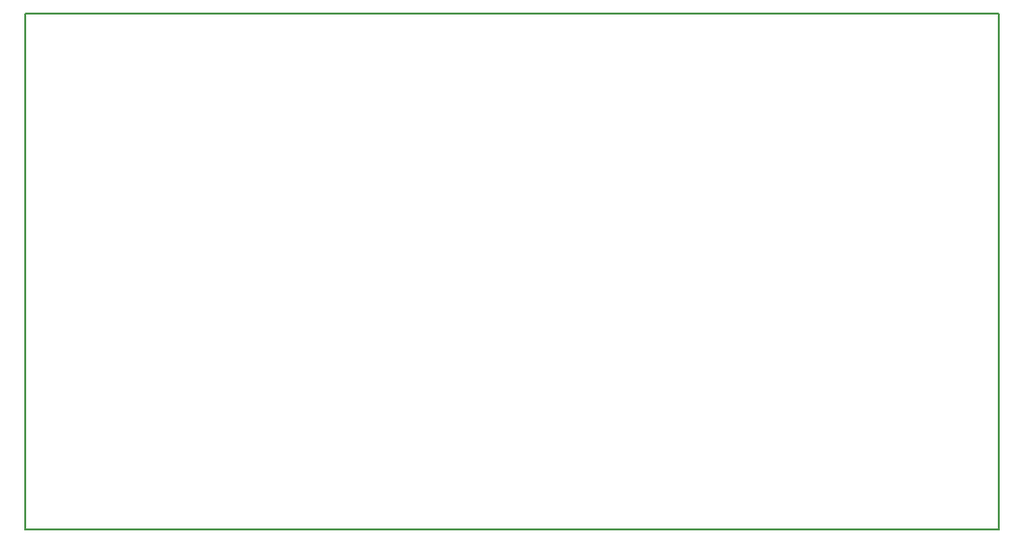
<source format=gbr>
G04 #@! TF.GenerationSoftware,KiCad,Pcbnew,(5.0.0-3-g5ebb6b6)*
G04 #@! TF.CreationDate,2018-11-29T16:19:06+00:00*
G04 #@! TF.ProjectId,PowerSupply,506F776572537570706C792E6B696361,rev?*
G04 #@! TF.SameCoordinates,Original*
G04 #@! TF.FileFunction,Profile,NP*
%FSLAX46Y46*%
G04 Gerber Fmt 4.6, Leading zero omitted, Abs format (unit mm)*
G04 Created by KiCad (PCBNEW (5.0.0-3-g5ebb6b6)) date Thursday, 29 November 2018 at 16:19:06*
%MOMM*%
%LPD*%
G01*
G04 APERTURE LIST*
%ADD10C,0.150000*%
G04 APERTURE END LIST*
D10*
X95000000Y-131000000D02*
X95000000Y-86000000D01*
X180000000Y-131000000D02*
X95000000Y-131000000D01*
X180000000Y-86000000D02*
X180000000Y-131000000D01*
X95000000Y-86000000D02*
X180000000Y-86000000D01*
M02*

</source>
